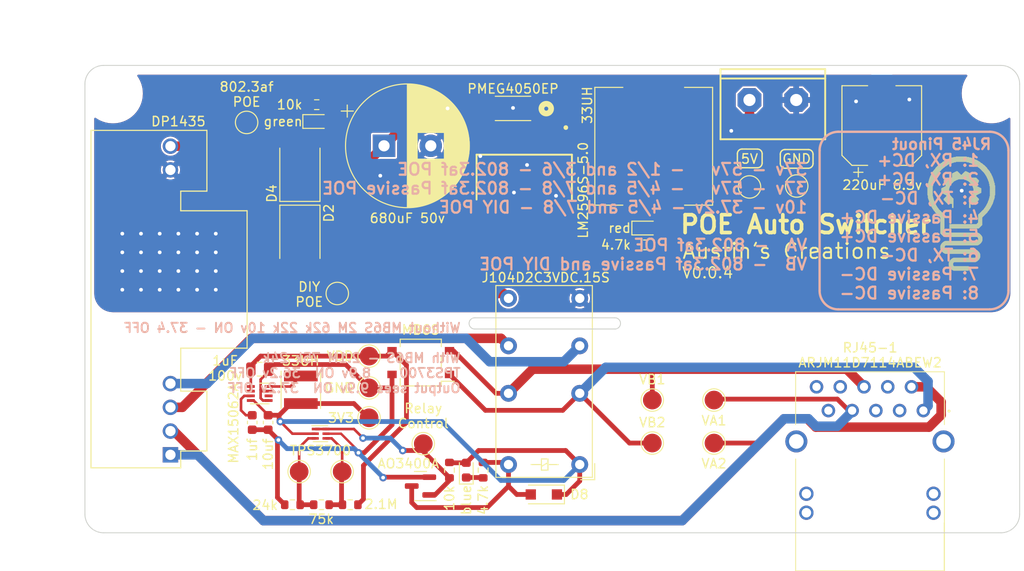
<source format=kicad_pcb>
(kicad_pcb (version 20211014) (generator pcbnew)
  (layers (0 "F.Cu" signal) (31 "B.Cu" signal) (34 "B.Paste" user) (35 "F.Paste" user) (36 "B.SilkS" user "B.Silkscreen") (37 "F.SilkS" user "F.Silkscreen") (38 "B.Mask" user) (39 "F.Mask" user) (44 "Edge.Cuts" user))
  (net 0 "")
  (net 1 "Net-(C2-Pad1)")
  (net 2 "GNDREF")
  (net 3 "+5V")
  (net 4 "Net-(D1-Pad1)")
  (net 5 "+12V")
  (net 6 "+12VA")
  (net 7 "Net-(D6-Pad1)")
  (net 8 "+3V3")
  (net 9 "Net-(C1-Pad1)")
  (net 10 "VB2")
  (net 11 "Net-(D5-Pad1)")
  (net 12 "Net-(K1-Pad2)")
  (net 13 "VB1")
  (net 14 "Net-(K1-Pad9)")
  (net 15 "VA1")
  (net 16 "VA2")
  (net 17 "Net-(C1-Pad2)")
  (net 30 "Net-(IC1-Pad1)")
  (net 31 "Net-(IC1-Pad3)")
  (net 32 "Net-(IC1-Pad4)")
  (net 33 "Net-(L1-Pad1)")
  (net 35 "Net-(D7-Pad1)")
  (net 36 "Net-(D8-Pad2)")
  (net 37 "Net-(C3-Pad1)")
  (footprint "Capacitor_THT:CP_Radial_D13.0mm_P5.00mm" (layer "F.Cu") (at 52 28.6)
    (fp_text reference "C3" hide)
    (fp_text value "680uF 50v" (at 2.5 7.75) (layer "F.SilkS"))
    (pad "1" thru_hole rect (at 0 0) (size 2.4 2.4) (drill 1.2) (layers *.Cu *.Mask) (net 37 "Net-(C3-Pad1)"))
    (pad "2" thru_hole circle (at 5 0) (size 2.4 2.4) (drill 1.2) (layers *.Cu *.Mask) (net 2 "GNDREF"))
  )
  (footprint "Capacitor_SMD:C_0603_1608Metric" (layer "F.Cu") (at 37.9 58.2 -90)
    (fp_text reference "C2" hide)
    (fp_text value "1uf" (at 2.9 0 90) (layer "F.SilkS"))
    (pad "1" smd roundrect (at -0.775 0 270) (size 0.9 0.95) (layers "F.Cu" "F.Paste" "F.Mask") (net 1 "Net-(C2-Pad1)"))
    (pad "2" smd roundrect (at 0.775 0 270) (size 0.9 0.95) (layers "F.Cu" "F.Paste" "F.Mask") (net 17 "Net-(C1-Pad2)"))
  )
  (footprint "TestPoint:TestPoint_Pad_D2.0mm" (layer "F.Cu") (at 96.15 32.9)
    (fp_text reference "TP14" hide)
    (fp_text value "GND" hide)
    (pad "1" smd circle locked (at 0 0) (size 2 2) (layers "F.Cu" "F.Mask") (net 2 "GNDREF"))
  )
  (footprint "TestPoint:TestPoint_Pad_D2.0mm" (layer "F.Cu") (at 50.4 54.5)
    (fp_text reference "TP5" hide)
    (fp_text value "GND" (at -3.2 0) (layer "F.SilkS"))
    (pad "1" smd circle (at 0 0) (size 2 2) (layers "F.Cu" "F.Mask") (net 17 "Net-(C1-Pad2)"))
  )
  (footprint "Resistor_SMD:R_0603_1608Metric" (layer "F.Cu") (at 44.8 24.2)
    (fp_text reference "R1" hide)
    (fp_text value "10k" (at -2.9 0) (layer "F.SilkS"))
    (pad "1" smd roundrect locked (at -0.825 0) (size 0.8 0.95) (layers "F.Cu" "F.Paste" "F.Mask") (net 4 "Net-(D1-Pad1)"))
    (pad "2" smd roundrect locked (at 0.825 0) (size 0.8 0.95) (layers "F.Cu" "F.Paste" "F.Mask") (net 2 "GNDREF"))
  )
  (footprint "TestPoint:TestPoint_Pad_D2.0mm" (layer "F.Cu") (at 91.1 33 90)
    (fp_text reference "TP12" hide)
    (fp_text value "5V" hide)
    (pad "1" smd circle locked (at 0 0 90) (size 2 2) (layers "F.Cu" "F.Mask") (net 3 "+5V"))
  )
  (footprint "Resistor_SMD:R_0603_1608Metric" (layer "F.Cu") (at 80 39.2)
    (fp_text reference "R5" hide)
    (fp_text value "4.7k" (at -3.2 0) (layer "F.SilkS"))
    (pad "1" smd roundrect locked (at -0.825 0) (size 0.8 0.95) (layers "F.Cu" "F.Paste" "F.Mask") (net 7 "Net-(D6-Pad1)"))
    (pad "2" smd roundrect locked (at 0.825 0) (size 0.8 0.95) (layers "F.Cu" "F.Paste" "F.Mask") (net 2 "GNDREF"))
  )
  (footprint "Resistor_SMD:R_0603_1608Metric" (layer "F.Cu") (at 48.38 67 180)
    (fp_text reference "R2" hide)
    (fp_text value "2.1M" (at -3.3 0.055) (layer "F.SilkS"))
    (pad "1" smd roundrect (at -0.825 0 180) (size 0.8 0.95) (layers "F.Cu" "F.Paste" "F.Mask") (net 9 "Net-(C1-Pad1)"))
    (pad "2" smd roundrect (at 0.825 0 180) (size 0.8 0.95) (layers "F.Cu" "F.Paste" "F.Mask") (net 32 "Net-(IC1-Pad4)"))
  )
  (footprint "Package_TO_SOT_SMD:TO-269AA" (layer "F.Cu") (at 55.93 51.79 180)
    (fp_text reference "D3" hide)
    (fp_text value "MB6S" (at 0 3.5) (layer "F.SilkS"))
    (pad "1" smd rect (at -3.075 -1.27 180) (size 1 0.8) (layers "F.Cu" "F.Paste" "F.Mask") (net 10 "VB2"))
    (pad "2" smd rect (at -3.075 1.27 180) (size 1 0.8) (layers "F.Cu" "F.Paste" "F.Mask") (net 13 "VB1"))
    (pad "3" smd rect (at 3.075 1.27 180) (size 1 0.8) (layers "F.Cu" "F.Paste" "F.Mask") (net 9 "Net-(C1-Pad1)"))
    (pad "4" smd rect (at 3.075 -1.27 180) (size 1 0.8) (layers "F.Cu" "F.Paste" "F.Mask") (net 17 "Net-(C1-Pad2)"))
  )
  (footprint "TestPoint:TestPoint_Pad_D2.0mm" (layer "F.Cu") (at 87.3 55.8)
    (fp_text reference "TP10" hide)
    (fp_text value "VA1" (at 0 2.2) (layer "F.SilkS"))
    (pad "1" smd circle (at 0 0) (size 2 2) (layers "F.Cu" "F.Mask") (net 15 "VA1"))
  )
  (footprint "TestPoint:TestPoint_Pad_D2.0mm" (layer "F.Cu") (at 80.7 60.4)
    (fp_text reference "TP6" hide)
    (fp_text value "VB2" (at 0 -2.2) (layer "F.SilkS"))
    (pad "1" smd circle (at 0 0) (size 2 2) (layers "F.Cu" "F.Mask") (net 10 "VB2"))
  )
  (footprint "MountingHole:MountingHole_3.2mm_M3" (layer "F.Cu") (at 117 23)
    (fp_text reference "H1" hide)
    (fp_text value "MountingHole" hide)
    (pad "" np_thru_hole circle locked (at 0 0) (size 3.2 3.2) (drill 3.2) (layers *.Cu *.Mask))
  )
  (footprint "TestPoint:TestPoint_Pad_D2.0mm" (layer "F.Cu") (at 42.92 63.455)
    (fp_text reference "TP9" hide)
    (fp_text value "testpoint" hide)
    (pad "1" smd circle (at 0 0) (size 2 2) (layers "F.Cu" "F.Mask") (net 31 "Net-(IC1-Pad3)"))
  )
  (footprint "LED_SMD:LED_0603_1608Metric" (layer "F.Cu") (at 60.8 63.3 90)
    (fp_text reference "D7" hide)
    (fp_text value "blue" (at -3.2 0 90) (layer "F.SilkS"))
    (pad "1" smd roundrect locked (at -0.7875 0 90) (size 0.875 0.95) (layers "F.Cu" "F.Paste" "F.Mask") (net 35 "Net-(D7-Pad1)"))
    (pad "2" smd roundrect locked (at 0.7875 0 90) (size 0.875 0.95) (layers "F.Cu" "F.Paste" "F.Mask") (net 8 "+3V3"))
  )
  (footprint "LED_SMD:LED_0603_1608Metric" (layer "F.Cu") (at 80 37.4)
    (fp_text reference "D6" hide)
    (fp_text value "red" (at -2.8 0) (layer "F.SilkS"))
    (pad "1" smd roundrect locked (at -0.7875 0) (size 0.875 0.95) (layers "F.Cu" "F.Paste" "F.Mask") (net 7 "Net-(D6-Pad1)"))
    (pad "2" smd roundrect locked (at 0.7875 0) (size 0.875 0.95) (layers "F.Cu" "F.Paste" "F.Mask") (net 3 "+5V"))
  )
  (footprint "Diode_SMD:D_SMB" (layer "F.Cu") (at 43 38.5 -90)
    (fp_text reference "D2" (at -2.7 -3.1 90) (layer "F.SilkS"))
    (fp_text value "S3MB" hide)
    (pad "1" smd rect locked (at 2.15 0 270) (size 2.5 2.3) (layers "F.Cu" "F.Paste" "F.Mask") (net 6 "+12VA"))
    (pad "2" smd rect locked (at -2.15 0 270) (size 2.5 2.3) (layers "F.Cu" "F.Paste" "F.Mask") (net 37 "Net-(C3-Pad1)"))
  )
  (footprint "MountingHole:MountingHole_3.2mm_M3" (layer "F.Cu") (at 117 67)
    (fp_text reference "H2" hide)
    (fp_text value "MountingHole" hide)
    (pad "" np_thru_hole circle locked (at 0 0) (size 3.2 3.2) (drill 3.2) (layers *.Cu *.Mask))
  )
  (footprint "Relay_THT:Relay_DPDT_Finder_30.22" (layer "F.Cu") (at 72.9375 62.7 90)
    (fp_text reference "K1" hide)
    (fp_text value "J104D2C3VDC.15S" (at 20 -3.6375 180) (layer "F.SilkS"))
    (pad "1" thru_hole circle (at 0 0 180) (size 1.8 1.8) (drill 1) (layers *.Cu *.Mask) (net 8 "+3V3"))
    (pad "2" thru_hole circle (at 12.7 0 180) (size 1.8 1.8) (drill 1) (layers *.Cu *.Mask) (net 12 "Net-(K1-Pad2)"))
    (pad "3" thru_hole circle (at 7.62 0 180) (size 1.8 1.8) (drill 1) (layers *.Cu *.Mask) (net 10 "VB2"))
    (pad "4" thru_hole circle (at 17.78 0 180) (size 1.8 1.8) (drill 1) (layers *.Cu *.Mask) (net 2 "GNDREF"))
    (pad "7" thru_hole circle (at 17.78 -7.62 270) (size 1.8 1.8) (drill 1) (layers *.Cu *.Mask) (net 6 "+12VA"))
    (pad "8" thru_hole circle (at 7.62 -7.62 180) (size 1.8 1.8) (drill 1) (layers *.Cu *.Mask) (net 13 "VB1"))
    (pad "9" thru_hole circle (at 12.7 -7.62 180) (size 1.8 1.8) (drill 1) (layers *.Cu *.Mask) (net 14 "Net-(K1-Pad9)"))
    (pad "10" thru_hole circle (at 0 -7.62 180) (size 1.8 1.8) (drill 1) (layers *.Cu *.Mask) (net 36 "Net-(D8-Pad2)"))
  )
  (footprint "TestPoint:TestPoint_Pad_D2.0mm" (layer "F.Cu") (at 37.3 26.1)
    (fp_text reference "TP1" hide)
    (fp_text value "802.3af POE" hide)
    (pad "1" smd circle locked (at 0 0) (size 2 2) (layers "F.Cu" "F.Mask") (net 5 "+12V"))
  )
  (footprint "TestPoint:TestPoint_Pad_D2.0mm" (layer "F.Cu") (at 87.3 60.4)
    (fp_text reference "TP11" hide)
    (fp_text value "VA2" (at 0 2.2) (layer "F.SilkS"))
    (pad "1" smd circle (at 0 0) (size 2 2) (layers "F.Cu" "F.Mask") (net 16 "VA2"))
  )
  (footprint "TestPoint:TestPoint_Pad_D2.0mm" (layer "F.Cu") (at 50.4 57.7)
    (fp_text reference "TP7" hide)
    (fp_text value "3V3" (at -3 0) (layer "F.SilkS"))
    (pad "1" smd circle (at 0 0) (size 2 2) (layers "F.Cu" "F.Mask") (net 8 "+3V3"))
  )
  (footprint "Austins creations:2pinblock" (layer "F.Cu") (at 93.596439 23.7 180)
    (fp_text reference "ST1" hide)
    (fp_text value "2pinblock" hide)
    (pad "1" thru_hole roundrect (at -2.5 0 180) (size 2.54 2.54) (drill 1.3) (layers *.Cu *.Mask) (chamfer_ratio 0.25) (chamfer top_left top_right bottom_left bottom_right) (net 2 "GNDREF"))
    (pad "2" thru_hole roundrect (at 2.5 0 180) (size 2.54 2.54) (drill 1.3) (layers *.Cu *.Mask) (chamfer_ratio 0.25) (chamfer top_left top_right bottom_left bottom_right) (net 3 "+5V"))
  )
  (footprint "Package_DFN_QFN:DFN-8_2x2mm_P0.5mm" (layer "F.Cu") (at 38.7 55.1)
    (fp_text reference "U1" hide)
    (fp_text value "MAX15062A" (at -2.8 3.2 90) (layer "F.SilkS"))
    (pad "1" smd rect (at -0.95 -0.75) (size 0.85 0.3) (layers "F.Cu" "F.Paste" "F.Mask") (net 9 "Net-(C1-Pad1)"))
    (pad "2" smd rect (at -0.95 -0.25) (size 0.85 0.3) (layers "F.Cu" "F.Paste" "F.Mask") (net 9 "Net-(C1-Pad1)"))
    (pad "3" smd rect (at -0.95 0.25) (size 0.85 0.3) (layers "F.Cu" "F.Paste" "F.Mask") (net 1 "Net-(C2-Pad1)"))
    (pad "4" smd rect (at -0.95 0.75) (size 0.85 0.3) (layers "F.Cu" "F.Paste" "F.Mask") (net 8 "+3V3"))
    (pad "5" smd rect (at 0.95 0.75) (size 0.85 0.3) (layers "F.Cu" "F.Paste" "F.Mask") (net 17 "Net-(C1-Pad2)"))
    (pad "6" smd rect (at 0.95 0.25) (size 0.85 0.3) (layers "F.Cu" "F.Paste" "F.Mask"))
    (pad "7" smd rect (at 0.95 -0.25) (size 0.85 0.3) (layers "F.Cu" "F.Paste" "F.Mask") (net 17 "Net-(C1-Pad2)"))
    (pad "8" smd rect (at 0.95 -0.75) (size 0.85 0.3) (layers "F.Cu" "F.Paste" "F.Mask") (net 33 "Net-(L1-Pad1)"))
  )
  (footprint "LED_SMD:LED_0603_1608Metric" (layer "F.Cu") (at 44.8 26)
    (fp_text reference "D1" hide)
    (fp_text value "green" (at -3.6 0) (layer "F.SilkS"))
    (pad "1" smd roundrect locked (at -0.7875 0) (size 0.875 0.95) (layers "F.Cu" "F.Paste" "F.Mask") (net 4 "Net-(D1-Pad1)"))
    (pad "2" smd roundrect locked (at 0.7875 0) (size 0.875 0.95) (layers "F.Cu" "F.Paste" "F.Mask") (net 5 "+12V"))
  )
  (footprint "Austins creations:12x12x8 inductor" (layer "F.Cu") (at 80.85 28.65 -90)
    (fp_text reference "L2" hide)
    (fp_text value "33UH" (at -4.4 7.1 90 unlocked) (layer "F.SilkS"))
    (pad "1" smd rect (at -4.95 0 270) (size 2.9 5.4) (layers "F.Cu" "F.Paste" "F.Mask") (net 11 "Net-(D5-Pad1)"))
    (pad "2" smd rect (at 4.95 0 270) (size 2.9 5.4) (layers "F.Cu" "F.Paste" "F.Mask") (net 3 "+5V"))
  )
  (footprint "Austins creations:LM2596S" (layer "F.Cu") (at 67 33.35 -90)
    (fp_text reference "PS1" hide)
    (fp_text value "LM2596S-5.0" (at 0 -6.3 90 unlocked) (layer "F.SilkS"))
    (pad "1" smd rect (at -5.55 -3.4 270) (size 2.8 1.05) (layers "F.Cu" "F.Paste" "F.Mask") (net 37 "Net-(C3-Pad1)"))
    (pad "2" smd rect (at -5.55 -1.7 270) (size 2.8 1.05) (layers "F.Cu" "F.Paste" "F.Mask") (net 11 "Net-(D5-Pad1)"))
    (pad "3" smd rect (at 4.8 0) (size 10.5 6.85) (layers "F.Cu" "F.Paste" "F.Mask") (net 2 "GNDREF"))
    (pad "3" smd rect (at -5.55 0 270) (size 2.8 1.05) (layers "F.Cu" "F.Paste" "F.Mask") (net 2 "GNDREF"))
    (pad "4" smd rect (at -5.55 1.7 270) (size 2.8 1.05) (layers "F.Cu" "F.Paste" "F.Mask") (net 3 "+5V"))
    (pad "5" smd rect (at -5.55 3.4 270) (size 2.8 1.05) (layers "F.Cu" "F.Paste" "F.Mask") (net 2 "GNDREF"))
  )
  (footprint "TestPoint:TestPoint_Pad_D2.0mm" (layer "F.Cu") (at 80.7 55.8)
    (fp_text reference "TP3" hide)
    (fp_text value "VB1" (at 0 -2.2) (layer "F.SilkS"))
    (pad "1" smd circle (at 0 0) (size 2 2) (layers "F.Cu" "F.Mask") (net 13 "VB1"))
  )
  (footprint "Austins creations:DP1435" (layer "F.Cu") (at 29 45 90)
    (fp_text reference "POE1" hide)
    (fp_text value "DP1435" (at 19 1 unlocked) (layer "F.SilkS"))
    (pad "GND" thru_hole circle (at 13.82 0.15 90) (size 1.65 1.65) (drill 1.1) (layers *.Cu *.Mask) (net 2 "GNDREF"))
    (pad "VA1" thru_hole rect (at -16.66 0.15 90) (size 1.65 1.65) (drill 1.1) (layers *.Cu *.Mask) (net 15 "VA1"))
    (pad "VA2" thru_hole circle (at -14.12 0.15 90) (size 1.65 1.65) (drill 1.1) (layers *.Cu *.Mask) (net 16 "VA2"))
    (pad "VB1" thru_hole circle (at -11.58 0.15 90) (size 1.65 1.65) (drill 1.1) (layers *.Cu *.Mask) (net 14 "Net-(K1-Pad9)"))
    (pad "VB2" thru_hole circle (at -9.04 0.15 90) (size 1.65 1.65) (drill 1.1) (layers *.Cu *.Mask) (net 12 "Net-(K1-Pad2)"))
    (pad "VOUT" thru_hole circle (at 16.36 0.15 90) (size 1.65 1.65) (drill 1.1) (layers *.Cu *.Mask) (net 5 "+12V"))
  )
  (footprint "Diode_SMD:D_SOD-123F" (layer "F.Cu") (at 69.1 65.9 180)
    (fp_text reference "D8" (at -3.8 0) (layer "F.SilkS"))
    (fp_text value "SM4007" hide)
    (pad "1" smd rect locked (at -1.4 0 180) (size 1.1 1.1) (layers "F.Cu" "F.Paste" "F.Mask") (net 8 "+3V3"))
    (pad "2" smd rect locked (at 1.4 0 180) (size 1.1 1.1) (layers "F.Cu" "F.Paste" "F.Mask") (net 36 "Net-(D8-Pad2)"))
  )
  (footprint "Resistor_SMD:R_0603_1608Metric" (layer "F.Cu") (at 62.6 63.3 90)
    (fp_text reference "R7" hide)
    (fp_text value "4.7k" (at -3.2 0 90) (layer "F.SilkS"))
    (pad "1" smd roundrect locked (at -0.825 0 90) (size 0.8 0.95) (layers "F.Cu" "F.Paste" "F.Mask") (net 35 "Net-(D7-Pad1)"))
    (pad "2" smd roundrect locked (at 0.825 0 90) (size 0.8 0.95) (layers "F.Cu" "F.Paste" "F.Mask") (net 36 "Net-(D8-Pad2)"))
  )
  (footprint "Capacitor_SMD:C_0603_1608Metric" (layer "F.Cu") (at 39.6 58.2 -90)
    (fp_text reference "C4" hide)
    (fp_text value "10uf" (at 3.4 0 90) (layer "F.SilkS"))
    (pad "1" smd roundrect (at -0.775 0 270) (size 0.9 0.95) (layers "F.Cu" "F.Paste" "F.Mask") (net 8 "+3V3"))
    (pad "2" smd roundrect (at 0.775 0 270) (size 0.9 0.95) (layers "F.Cu" "F.Paste" "F.Mask") (net 17 "Net-(C1-Pad2)"))
  )
  (footprint "Inductor_SMD:L_Vishay_IFSC-1515AH_4x4x1.8mm" (layer "F.Cu") (at 43.1 54.7 -90)
    (fp_text reference "L1" hide)
    (fp_text value "33UH" (at -3.1 0 180) (layer "F.SilkS"))
    (pad "1" smd rect (at -1.475 0 270) (size 1.15 3.6) (layers "F.Cu" "F.Paste" "F.Mask") (net 33 "Net-(L1-Pad1)"))
    (pad "2" smd rect (at 1.475 0 270) (size 1.15 3.6) (layers "F.Cu" "F.Paste" "F.Mask") (net 8 "+3V3"))
  )
  (footprint "Capacitor_SMD:CP_Elec_8x6.2" (layer "F.Cu") (at 105.25 26.4325 90)
    (fp_text reference "C5" hide)
    (fp_text value "220uF 6.3v" (at -6.3675 0.05) (layer "F.SilkS"))
    (pad "1" smd roundrect locked (at -3.05 0 90) (size 4 2.5) (layers "F.Cu" "F.Paste" "F.Mask") (roundrect_rratio 0.1) (net 3 "+5V"))
    (pad "2" smd roundrect locked (at 3.05 0 90) (size 4 2.5) (layers "F.Cu" "F.Paste" "F.Mask") (roundrect_rratio 0.1) (net 2 "GNDREF"))
  )
  (footprint "Diode_SMD:D_SMB" (layer "F.Cu") (at 43 31 90)
    (fp_text reference "D4" (at -2.7 -3 90) (layer "F.SilkS"))
    (fp_text value "S3MB" hide)
    (pad "1" smd rect locked (at 2.15 0 90) (size 2.5 2.3) (layers "F.Cu" "F.Paste" "F.Mask") (net 5 "+12V"))
    (pad "2" smd rect locked (at -2.15 0 90) (size 2.5 2.3) (layers "F.Cu" "F.Paste" "F.Mask") (net 37 "Net-(C3-Pad1)"))
  )
  (footprint "Package_TO_SOT_SMD:SOT-23" (layer "F.Cu") (at 55.9 65 180)
    (fp_text reference "Q1" hide)
    (fp_text value "AO3400A" (at 1.3 2.4 180) (layer "F.SilkS"))
    (pad "1" smd roundrect (at -0.9375 -0.95 180) (size 1.475 0.6) (layers "F.Cu" "F.Paste" "F.Mask") (net 30 "Net-(IC1-Pad1)"))
    (pad "2" smd roundrect (at -0.9375 0.95 180) (size 1.475 0.6) (layers "F.Cu" "F.Paste" "F.Mask") (net 17 "Net-(C1-Pad2)"))
    (pad "3" smd roundrect (at 0.9375 0 180) (size 1.475 0.6) (layers "F.Cu" "F.Paste" "F.Mask") (net 36 "Net-(D8-Pad2)"))
  )
  (footprint "logos:Creations logo med" (layer "F.Cu") (at 113.8 33.4)
    (fp_text reference "LOGO1" hide)
    (fp_text value "Creations_logo_med" hide)
  )
  (footprint "Package_SON:WSON-6_1.5x1.5mm_P0.5mm" (layer "F.Cu") (at 45.22 59.4)
    (fp_text reference "IC1" hide)
    (fp_text value "TPS3700-WSON" hide)
    (pad "1" smd rect (at -0.525 -0.5 270) (size 0.28 0.85) (layers "F.Cu" "F.Paste" "F.Mask") (net 30 "Net-(IC1-Pad1)"))
    (pad "2" smd rect (at -0.575 0 270) (size 0.28 0.75) (layers "F.Cu" "F.Paste" "F.Mask") (net 8 "+3V3"))
    (pad "3" smd rect (at -0.575 0.5 270) (size 0.28 0.75) (layers "F.Cu" "F.Paste" "F.Mask") (net 31 "Net-(IC1-Pad3)"))
    (pad "4" smd rect (at 0.575 0.5 270) (size 0.28 0.75) (layers "F.Cu" "F.Paste" "F.Mask") (net 32 "Net-(IC1-Pad4)"))
    (pad "5" smd rect (at 0.575 0 270) (size 0.28 0.75) (layers "F.Cu" "F.Paste" "F.Mask") (net 17 "Net-(C1-Pad2)"))
    (pad "6" smd rect (at 0.575 -0.5 270) (size 0.28 0.75) (layers "F.Cu" "F.Paste" "F.Mask") (net 30 "Net-(IC1-Pad1)"))
  )
  (footprint "Resistor_SMD:R_0603_1608Metric" (layer "F.Cu") (at 59 63.3 -90)
    (fp_text reference "R6" hide)
    (fp_text value "10k" (at 3 0 90) (layer "F.SilkS"))
    (pad "1" smd roundrect (at -0.825 0 270) (size 0.8 0.95) (layers "F.Cu" "F.Paste" "F.Mask") (net 8 "+3V3"))
    (pad "2" smd roundrect (at 0.825 0 270) (size 0.8 0.95) (layers "F.Cu" "F.Paste" "F.Mask") (net 30 "Net-(IC1-Pad1)"))
  )
  (footprint "Resistor_SMD:R_0603_1608Metric" (layer "F.Cu") (at 45.3 67 180)
    (fp_text reference "R3" hide)
    (fp_text value "75k" (at 0.02 -1.545) (layer "F.SilkS"))
    (pad "1" smd roundrect (at -0.825 0 180) (size 0.8 0.95) (layers "F.Cu" "F.Paste" "F.Mask") (net 32 "Net-(IC1-Pad4)"))
    (pad "2" smd roundrect (at 0.825 0 180) (size 0.8 0.95) (layers "F.Cu" "F.Paste" "F.Mask") (net 31 "Net-(IC1-Pad3)"))
  )
  (footprint "MountingHole:MountingHole_3.2mm_M3" (layer "F.Cu") (at 23 67)
    (fp_text reference "H4" hide)
    (fp_text value "MountingHole" hide)
    (pad "" np_thru_hole circle locked (at 0 0) (size 3.2 3.2) (drill 3.2) (layers *.Cu *.Mask))
  )
  (footprint "TestPoint:TestPoint_Pad_D2.0mm" (layer "F.Cu") (at 50.4 51.1)
    (fp_text reference "TP4" hide)
    (fp_text value "VDD" (at -3.1 0) (layer "F.SilkS"))
    (pad "1" smd circle (at 0 0) (size 2 2) (layers "F.Cu" "F.Mask") (net 9 "Net-(C1-Pad1)"))
  )
  (footprint "Austins creations:PMEG3050EP" (layer "F.Cu") (at 65.8 24.6 180)
    (fp_text reference "D5" hide)
    (fp_text value "PMEG4050EP" (at 0 2.1 unlocked) (layer "F.SilkS"))
    (pad "1" smd rect (at -2.2 0 270) (size 2.1 1.4) (layers "F.Cu" "F.Paste" "F.Mask") (net 11 "Net-(D5-Pad1)"))
    (pad "2" smd rect (at 2.2 0 270) (size 2.1 1.4) (layers "F.Cu" "F.Paste" "F.Mask") (net 2 "GNDREF"))
  )
  (footprint "Resistor_SMD:R_0603_1608Metric" (layer "F.Cu") (at 42.2 67 180)
    (fp_text reference "R4" hide)
    (fp_text value "24k" (at 2.92 -0.045) (layer "F.SilkS"))
    (pad "1" smd roundrect (at -0.825 0 180) (size 0.8 0.95) (layers "F.Cu" "F.Paste" "F.Mask") (net 31 "Net-(IC1-Pad3)"))
    (pad "2" smd roundrect (at 0.825 0 180) (size 0.8 0.95) (layers "F.Cu" "F.Paste" "F.Mask") (net 17 "Net-(C1-Pad2)"))
  )
  (footprint "TestPoint:TestPoint_Pad_D2.0mm" (layer "F.Cu") (at 47.52 63.455)
    (fp_text reference "TP8" hide)
    (fp_text value "testpoint" hide)
    (pad "1" smd circle (at 0 0) (size 2 2) (layers "F.Cu" "F.Mask") (net 32 "Net-(IC1-Pad4)"))
  )
  (footprint "TestPoint:TestPoint_Pad_D2.0mm" (layer "F.Cu") (at 47 44.4)
    (fp_text reference "TP2" hide)
    (fp_text value "DIY POE" hide)
    (pad "1" smd circle locked (at 0 0) (size 2 2) (layers "F.Cu" "F.Mask") (net 6 "+12VA"))
  )
  (footprint "Capacitor_SMD:C_0805_2012Metric" (layer "F.Cu") (at 38.7 52.5)
    (fp_text reference "C1" hide)
    (fp_text value "1uf" hide)
    (pad "1" smd roundrect (at -0.95 0) (size 1 1.45) (layers "F.Cu" "F.Paste" "F.Mask") (net 9 "Net-(C1-Pad1)"))
    (pad "2" smd roundrect (at 0.95 0) (size 1 1.45) (layers "F.Cu" "F.Paste" "F.Mask") (net 17 "Net-(C1-Pad2)"))
  )
  (footprint "Austins creations:ARJM11D7114ABEW2" (layer "F.Cu") (at 104 63.4)
    (fp_text reference "RJ45-1" (at 0 -13.2 unlocked) (layer "F.SilkS"))
    (fp_text value "ARJM11D7114ABEW2" (at 0 -11.6 unlocked) (layer "F.SilkS"))
    (pad "" np_thru_hole circle (at 5.7 -0.125) (size 3.25 3.25) (drill 3.25) (layers *.Cu *.Mask))
    (pad "" np_thru_hole circle (at -5.73 -0.125) (size 3.25 3.25) (drill 3.25) (layers *.Cu *.Mask))
    (pad "1" thru_hole circle (at 5.7 -6.475) (size 1.446 1.446) (drill 0.89) (layers *.Cu *.Mask) (net 10 "VB2"))
    (pad "2" thru_hole circle (at 4.43 -9.015) (size 1.446 1.446) (drill 0.89) (layers *.Cu *.Mask) (net 16 "VA2"))
    (pad "3" thru_hole circle (at 3.16 -6.475) (size 1.446 1.446) (drill 0.89) (layers *.Cu *.Mask))
    (pad "4" thru_hole circle (at 1.89 -9.015) (size 1.446 1.446) (drill 0.89) (layers *.Cu *.Mask))
    (pad "5" thru_hole circle (at 0.62 -6.475) (size 1.446 1.446) (drill 0.89) (layers *.Cu *.Mask))
    (pad "6" thru_hole circle (at -0.65 -9.015) (size 1.446 1.446) (drill 0.89) (layers *.Cu *.Mask) (net 13 "VB1"))
    (pad "7" thru_hole circle (at -1.92 -6.475) (size 1.446 1.446) (drill 0.89) (layers *.Cu *.Mask) (net 15 "VA1"))
    (pad "8" thru_hole circle (at -3.19 -9.015) (size 1.446 1.446) (drill 0.89) (layers *.Cu *.Mask))
    (pad "9" thru_hole circle (at -4.46 -6.475) (size 1.446 1.446) (drill 0.89) (layers *.Cu *.Mask))
    (pad "10" thru_hole circle (at -5.73 -9.015) (size 1.446 1.446) (drill 0.89) (layers *.Cu *.Mask))
    (pad "L1" thru_hole circle (at -6.815 2.425) (size 1.53 1.53) (drill 1.02) (layers *.Cu *.Mask))
    (pad "L2" thru_hole circle (at -6.815 4.455) (size 1.53 1.53) (drill 1.02) (layers *.Cu *.Mask))
    (pad "L3" thru_hole circle (at 6.785 2.425) (size 1.53 1.53) (drill 1.02) (layers *.Cu *.Mask))
    (pad "L4" thru_hole circle (at 6.785 4.455) (size 1.53 1.53) (drill 1.02) (layers *.Cu *.Mask))
    (pad "MH1" thru_hole circle (at 7.86 -3.175) (size 2.355 2.355) (drill 1.57) (layers *.Cu *.Mask))
    (pad "MH2" thru_hole circle (at -7.89 -3.175) (size 2.355 2.355) (drill 1.57) (layers *.Cu *.Mask))
  )
  (footprint "MountingHole:MountingHole_3.2mm_M3" (layer "F.Cu") (at 23 23)
    (fp_text reference "H3" hide)
    (fp_text value "MountingHole" hide)
    (pad "" np_thru_hole circle locked (at 0 0) (size 3.2 3.2) (drill 3.2) (layers *.Cu *.Mask))
  )
  (footprint "TestPoint:TestPoint_Pad_D2.0mm" (layer "F.Cu") (at 56.2 60.47)
    (fp_text reference "TP13" hide)
    (fp_text value "Relay Control" hide)
    (pad "1" smd circle (at 0 0) (size 2 2) (layers "F.Cu" "F.Mask") (net 30 "Net-(IC1-Pad1)"))
  )
  (gr_arc (start 100.6 46.1) (mid 99.185786 45.514214) (end 98.6 44.1) (layer "B.SilkS") (width 0.254))
  (gr_arc (start 116.8 27.1) (mid 118.214214 27.685786) (end 118.8 29.1) (layer "B.SilkS") (width 0.254))
  (gr_arc (start 118.8 44.1) (mid 118.214214 45.514214) (end 116.8 46.1) (layer "B.SilkS") (width 0.254))
  (gr_line (start 100.6 27.1) (end 116.8 27.1) (layer "B.SilkS") (width 0.254))
  (gr_line (start 118.8 29.1) (end 118.8 44.1) (layer "B.SilkS") (width 0.254))
  (gr_arc (start 98.6 29.1) (mid 99.185786 27.685786) (end 100.6 27.1) (layer "B.SilkS") (width 0.254))
  (gr_line (start 116.8 46.1) (end 100.6 46.1) (layer "B.SilkS") (width 0.254))
  (gr_line (start 98.6 44.1) (end 98.6 29.1) (layer "B.SilkS") (width 0.254))
  (gr_line (start 91.95 30.95) (end 90.303553 30.946447) (layer "F.SilkS") (width 0.15))
  (gr_arc (start 89.803553 29.446447) (mid 89.95 29.092894) (end 90.303553 28.946447) (layer "F.SilkS") (width 0.15))
  (gr_arc (start 94.896439 31) (mid 94.542886 30.853553) (end 94.396439 30.5) (layer "F.SilkS") (width 0.15))
  (gr_line (start 97.396439 31) (end 94.896439 31) (layer "F.SilkS") (width 0.15))
  (gr_arc (start 92.45 30.45) (mid 92.303553 30.803553) (end 91.95 30.95) (layer "F.SilkS") (width 0.15))
  (gr_line (start 91.95 28.95) (end 90.303553 28.946447) (layer "F.SilkS") (width 0.15))
  (gr_arc (start 97.396439 29) (mid 97.749992 29.146447) (end 97.896439 29.5) (layer "F.SilkS") (width 0.15))
  (gr_arc (start 97.896439 30.5) (mid 97.749992 30.853553) (end 97.396439 31) (layer "F.SilkS") (width 0.15))
  (gr_line (start 89.803553 29.446447) (end 89.803553 30.446447) (layer "F.SilkS") (width 0.15))
  (gr_line (start 97.396439 29) (end 94.896439 29) (layer "F.SilkS") (width 0.15))
  (gr_line (start 97.896439 29.5) (end 97.896439 30.5) (layer "F.SilkS") (width 0.15))
  (gr_arc (start 90.303553 30.946447) (mid 89.95 30.8) (end 89.803553 30.446447) (layer "F.SilkS") (width 0.15))
  (gr_line (start 94.396439 29.5) (end 94.396439 30.5) (layer "F.SilkS") (width 0.15))
  (gr_arc (start 94.396439 29.5) (mid 94.542886 29.146447) (end 94.896439 29) (layer "F.SilkS") (width 0.15))
  (gr_line (start 92.45 29.45) (end 92.45 30.45) (layer "F.SilkS") (width 0.15))
  (gr_arc (start 91.95 28.95) (mid 92.303553 29.096447) (end 92.45 29.45) (layer "F.SilkS") (width 0.15))
  (gr_line (start 61.7 48.2) (end 76.7 48.2) (layer "Edge.Cuts") (width 0.1))
  (gr_arc (start 76.7 47) (mid 77.3 47.6) (end 76.7 48.2) (layer "Edge.Cuts") (width 0.1))
  (gr_arc (start 20 22) (mid 20.585786 20.585786) (end 22 20) (layer "Edge.Cuts") (width 0.1))
  (gr_arc (start 120 68) (mid 119.414214 69.414214) (end 118 70) (layer "Edge.Cuts") (width 0.1))
  (gr_arc (start 61.7 48.2) (mid 61.1 47.6) (end 61.7 47) (layer "Edge.Cuts") (width 0.1))
  (gr_line (start 76.7 47) (end 61.7 47) (layer "Edge.Cuts") (width 0.1))
  (gr_line (start 120 68) (end 120 22) (layer "Edge.Cuts") (width 0.1))
  (gr_line (start 20 22) (end 20 68) (layer "Edge.Cuts") (width 0.1))
  (gr_line (start 118 20) (end 22 20) (layer "Edge.Cuts") (width 0.1))
  (gr_line (start 22 70) (end 118 70) (layer "Edge.Cuts") (width 0.1))
  (gr_arc (start 22 70) (mid 20.585786 69.414214) (end 20 68) (layer "Edge.Cuts") (width 0.1))
  (gr_arc (start 118 20) (mid 119.414214 20.585786) (end 120 22) (layer "Edge.Cuts") (width 0.1))
  (gr_text "RJ45 Pinout" (at 117.1 29.1) (layer "B.SilkS") (effects (font (size 1.148 1.148) (thickness 0.252)) (justify left bottom mirror)))
  (gr_text "1: RX, DC+\n2: RX, DC+\n3: TX, DC-\n4: Passive DC+\n5: Passive DC+\n6: TX, DC-\n7: Passive DC-\n8: Passive DC-" (at 115.800001 45.100012) (layer "B.SilkS") (effects (font (size 1.26 1.26) (thickness 0.24)) (justify left bottom mirror)))
  (gr_text "37v - 57v   - 1/2 and 3/6 - 802.3af POE\n37v - 57v   - 4/5 and 7/8 - 802.3af Passive POE\n10v - 37.2v - 4/5 and 7/8 - DIY POE\n\nVA  - 802.3af POE\nVB  - 802.3af Passive and DIY POE" (at 97.4 42) (layer "B.SilkS") (effects (font (size 1.26 1.26) (thickness 0.24)) (justify left bottom mirror)))
  (gr_text "Without MB6S 2M 62k 22k 10v ON - 37.4 OFF\n\nWith MB6S - 2.1M 75k 24k\nTPS3700    8.9v ON  36.2v OFF\nOutput sees 9.9v ON  37.2v OFF" (at 60.3 51.3) (layer "B.SilkS") (effects (font (size 1 1) (thickness 0.2)) (justify left mirror)))
  (gr_text "GND" (at 96.146439 30) (layer "F.SilkS") (effects (font (size 1 1))))
  (gr_text "Relay\nControl" (at 56.2 57.5) (layer "F.SilkS") (effects (font (size 1 1))))
  (gr_text "802.3af\nPOE" (at 37.3 23.1) (layer "F.SilkS") (effects (font (size 1 1))))
  (gr_text "DIY\nPOE" (at 44 44.5) (layer "F.SilkS") (effects (font (size 1 1))))
  (gr_text "POE Auto Switcher" (at 83.5 35.9) (layer "F.SilkS") (effects (font (size 1.909 1.909) (thickness 0.391)) (justify left top)))
  (gr_text "V0.0.4" (at 83.8 41.5) (layer "F.SilkS") (effects (font (size 1.1684 1.1684)) (justify left top)))
  (gr_text "1uF\n100v" (at 35 52.4) (layer "F.SilkS") (effects (font (size 1 1))))
  (gr_text "5V" (at 91.096439 30) (layer "F.SilkS") (effects (font (size 1 1))))
  (gr_text "TPS3700" (at 45.2 61.2) (layer "F.SilkS") (effects (font (size 1 1))))
  (gr_text "Austin's Creations" (at 83.8 38.9) (layer "F.SilkS") (effects (font (size 1.63576 1.63576) (thickness 0.2)) (justify left top)))
  (segment (start 37.75 55.35) (end 37.05 55.35) (width 0.2794) (layer "F.Cu") (net 1))
  (segment (start 36.7 56.9) (end 37.225 57.425) (width 0.2794) (layer "F.Cu") (net 1))
  (segment (start 37.225 57.425) (end 37.9 57.425) (width 0.2794) (layer "F.Cu") (net 1))
  (segment (start 37.05 55.35) (end 36.7 55.7) (width 0.2794) (layer "F.Cu") (net 1))
  (segment (start 36.7 55.7) (end 36.7 56.9) (width 0.2794) (layer "F.Cu") (net 1))
  (via (at 70.4 33.95) (size 0.8) (drill 0.4) (layers "F.Cu" "B.Cu") (net 2))
  (via (at 32 44) (size 0.8) (drill 0.4) (layers "F.Cu" "B.Cu") (net 2))
  (via (at 34 40) (size 0.8) (drill 0.4) (layers "F.Cu" "B.Cu") (net 2))
  (via (at 28 44) (size 0.8) (drill 0.4) (layers "F.Cu" "B.Cu") (net 2))
  (via (at 113.8 33.4) (size 0.8) (drill 0.4) (layers "F.Cu" "B.Cu") (net 2))
  (via (at 28 40) (size 0.8) (drill 0.4) (layers "F.Cu" "B.Cu") (net 2))
  (via (at 32 40) (size 0.8) (drill 0.4) (layers "F.Cu" "B.Cu") (net 2))
  (via (at 28 42) (size 0.8) (drill 0.4) (layers "F.Cu" "B.Cu") (net 2))
  (via (at 67.3 30.65) (size 0.8) (drill 0.4) (layers "F.Cu" "B.Cu") (net 2))
  (via (at 34 38) (size 0.8) (drill 0.4) (layers "F.Cu" "B.Cu") (net 2))
  (via (at 24 42) (size 0.8) (drill 0.4) (layers "F.Cu" "B.Cu") (net 2))
  (via (at 30 38) (size 0.8) (drill 0.4) (layers "F.Cu" "B.Cu") (net 2))
  (via (at 28 38) (size 0.8) (drill 0.4) (layers "F.Cu" "B.Cu") (net 2))
  (via (at 24 40) (size 0.8) (drill 0.4) (layers "F.Cu" "B.Cu") (net 2))
  (via (at 51.6 31.8) (size 0.8) (drill 0.4) (layers "F.Cu" "B.Cu") (net 2))
  (via (at 65.9 33.6) (size 0.8) (drill 0.4) (layers "F.Cu" "B.Cu") (net 2))
  (via (at 65.8 24.55) (size 0.8) (drill 0.4) (layers "F.Cu" "B.Cu") (net 2))
  (via (at 24 44) (size 0.8) (drill 0.4) (layers "F.Cu" "B.Cu") (net 2))
  (via (at 34 42) (size 0.8) (drill 0.4) (layers "F.Cu" "B.Cu") (net 2))
  (via (at 34 44) (size 0.8) (drill 0.4) (layers "F.Cu" "B.Cu") (net 2))
  (via (at 30 40) (size 0.8) (drill 0.4) (layers "F.Cu" "B.Cu") (net 2))
  (via (at 26 40) (size 0.8) (drill 0.4) (layers "F.Cu" "B.Cu") (net 2))
  (via (at 58.8 24.6) (size 0.8) (drill 0.4) (layers "F.Cu" "B.Cu") (net 2))
  (via (at 32 38) (size 0.8) (drill 0.4) (layers "F.Cu" "B.Cu") (net 2))
  (via (at 108.2 23.65) (size 0.8) (drill 0.4) (layers "F.Cu" "B.Cu") (net 2))
  (via (at 30 42) (size 0.8) (drill 0.4) (layers "F.Cu" "B.Cu") (net 2))
  (via (at 26 38) (size 0.8) (drill 0.4) (layers "F.Cu" "B.Cu") (net 2))
  (via (at 62.3 29.7) (size 0.8) (drill 0.4) (layers "F.Cu" "B.Cu") (net 2))
  (via (at 32 42) (size 0.8) (drill 0.4) (layers "F.Cu" "B.Cu") (net 2))
  (via (at 24 38) (size 0.8) (drill 0.4) (layers "F.Cu" "B.Cu") (net 2))
  (via (at 26 44) (size 0.8) (drill 0.4) (layers "F.Cu" "B.Cu") (net 2))
  (via (at 89.15 27) (size 0.8) (drill 0.4) (layers "F.Cu" "B.Cu") (net 2))
  (via (at 30 44) (size 0.8) (drill 0.4) (layers "F.Cu" "B.Cu") (net 2))
  (via (at 102.5 23.85) (size 0.8) (drill 0.4) (layers "F.Cu" "B.Cu") (net 2))
  (via (at 26 42) (size 0.8) (drill 0.4) (layers "F.Cu" "B.Cu") (net 2))
  (segment (start 105.1825 29.55) (end 105.25 29.4825) (width 1.016) (layer "F.Cu") (net 3))
  (segment (start 65.3 27.8) (end 65.3 30.7) (width 1.016) (layer "F.Cu") (net 3))
  (segment (start 79.2 33.6) (end 80.85 33.6) (width 1.016) (layer "F.Cu") (net 3))
  (segment (start 90.5 33.6) (end 91.1 33) (width 1.016) (layer "F.Cu") (net 3))
  (segment (start 91.1 23.703561) (end 91.096439 23.7) (width 1.016) (layer "F.Cu") (net 3))
  (segment (start 78.15 32.55) (end 79.2 33.6) (width 1.016) (layer "F.Cu") (net 3))
  (segment (start 91.1 29.55) (end 91.1 33) (width 1.016) (layer "F.Cu") (net 3))
  (segment (start 80.7875 33.6625) (end 80.85 33.6) (width 0.508) (layer "F.Cu") (net 3))
  (segment (start 80.7875 37.4) (end 80.7875 33.6625) (width 0.508) (layer "F.Cu") (net 3))
  (segment (start 65.3 30.7) (end 67.15 32.55) (width 1.016) (layer "F.Cu") (net 3))
  (segment (start 91.1 29.55) (end 105.1825 29.55) (width 1.016) (layer "F.Cu") (net 3))
  (segment (start 80.85 33.6) (end 90.5 33.6) (width 1.016) (layer "F.Cu") (net 3))
  (segment (start 67.15 32.55) (end 78.15 32.55) (width 1.016) (layer "F.Cu") (net 3))
  (segment (start 91.1 29.55) (end 91.1 23.703561) (width 1.016) (layer "F.Cu") (net 3))
  (segment (start 43.975 25.9625) (end 44.0125 26) (width 0.508) (layer "F.Cu") (net 4))
  (segment (start 43.975 24.2) (end 43.975 25.9625) (width 0.508) (layer "F.Cu") (net 4))
  (segment (start 37.16 28.64) (end 37.3 28.5) (width 1.016) (layer "F.Cu") (net 5))
  (segment (start 42.79 28.64) (end 43 28.85) (width 1.016) (layer "F.Cu") (net 5))
  (segment (start 37.3 28.5) (end 37.3 26.1) (width 1.016) (layer "F.Cu") (net 5))
  (segment (start 29.15 28.64) (end 37.16 28.64) (width 1.016) (layer "F.Cu") (net 5))
  (segment (start 45.5875 26) (end 45.5875 26.5125) (width 0.508) (layer "F.Cu") (net 5))
  (segment (start 37.16 28.64) (end 42.79 28.64) (width 1.016) (layer "F.Cu") (net 5))
  (segment (start 43.25 28.85) (end 43 28.85) (width 0.508) (layer "F.Cu") (net 5))
  (segment (start 45.5875 26.5125) (end 43.25 28.85) (width 0.508) (layer "F.Cu") (net 5))
  (segment (start 47 44.1) (end 47 44.4) (width 1.016) (layer "F.Cu") (net 6))
  (segment (start 47 44.4) (end 64.7975 44.4) (width 1.016) (layer "F.Cu") (net 6))
  (segment (start 43.55 40.65) (end 47 44.1) (width 1.016) (layer "F.Cu") (net 6))
  (segment (start 43 40.65) (end 43.55 40.65) (width 1.016) (layer "F.Cu") (net 6))
  (segment (start 64.7975 44.4) (end 65.3175 44.92) (width 1.016) (layer "F.Cu") (net 6))
  (segment (start 79.2125 37.4) (end 79.2125 39.1625) (width 0.508) (layer "F.Cu") (net 7))
  (segment (start 79.2125 39.1625) (end 79.175 39.2) (width 0.508) (layer "F.Cu") (net 7))
  (segment (start 62.1125 61.2) (end 60.8 62.5125) (width 0.508) (layer "F.Cu") (net 8))
  (segment (start 72.9375 64.4625) (end 72.9375 62.7) (width 0.508) (layer "F.Cu") (net 8))
  (segment (start 42.025 56.175) (end 40.775 57.425) (width 0.508) (layer "F.Cu") (net 8))
  (segment (start 72.9375 62.7) (end 71.4375 61.2) (width 0.508) (layer "F.Cu") (net 8))
  (segment (start 38.05 55.85) (end 39.6 57.4) (width 0.2794) (layer "F.Cu") (net 8))
  (segment (start 39.6 57.4) (end 39.6 57.425) (width 0.2794) (layer "F.Cu") (net 8))
  (segment (start 70.5 65.9) (end 71.5 65.9) (width 0.508) (layer "F.Cu") (net 8))
  (segment (start 42.2 59.4) (end 40.9 58.1) (width 0.2794) (layer "F.Cu") (net 8))
  (segment (start 60.8 62.5125) (end 59.0375 62.5125) (width 0.508) (layer "F.Cu") (net 8))
  (segment (start 37.75 55.85) (end 38.05 55.85) (width 0.2794) (layer "F.Cu") (net 8))
  (segment (start 40.775 57.425) (end 39.6 57.425) (width 0.508) (layer "F.Cu") (net 8))
  (segment (start 71.4375 61.2) (end 62.1125 61.2) (width 0.508) (layer "F.Cu") (net 8))
  (segment (start 71.5 65.9) (end 72.9375 64.4625) (width 0.508) (layer "F.Cu") (net 8))
  (segment (start 43.1 56.175) (end 42.025 56.175) (width 0.508) (layer "F.Cu") (net 8))
  (segment (start 50.3 57.7) (end 50.4 57.7) (width 0.508) (layer "F.Cu") (net 8))
  (segment (start 43.1 56.175) (end 48.775 56.175) (width 0.508) (layer "F.Cu") (net 8))
  (segment (start 40.775 57.425) (end 40.775 57.975) (width 0.508) (layer "F.Cu") (net 8))
  (segment (start 48.775 56.175) (end 50.3 57.7) (width 0.508) (layer "F.Cu") (net 8))
  (segment (start 40.775 57.975) (end 40.9 58.1) (width 0.508) (layer "F.Cu") (net 8))
  (segment (start 59.0375 62.5125) (end 59 62.475) (width 0.508) (layer "F.Cu") (net 8))
  (segment (start 44.645 59.4) (end 42.2 59.4) (width 0.2794) (layer "F.Cu") (net 8))
  (via (at 40.9 58.1) (size 0.8) (drill 0.4) (layers "F.Cu" "B.Cu") (net 8))
  (segment (start 64.5 64.4) (end 71.2375 64.4) (width 0.508) (layer "B.Cu") (net 8))
  (segment (start 58.2 58.1) (end 64.5 64.4) (width 0.508) (layer "B.Cu") (net 8))
  (segment (start 71.2375 64.4) (end 72.9375 62.7) (width 0.508) (layer "B.Cu") (net 8))
  (segment (start 40.9 58.1) (end 58.2 58.1) (width 0.508) (layer "B.Cu") (net 8))
  (segment (start 49.8 66.405) (end 49.8 62.8) (width 0.508) (layer "F.Cu") (net 9))
  (segment (start 37.725 52.175) (end 38.8 51.1) (width 0.508) (layer "F.Cu") (net 9))
  (segment (start 49.8 62.8) (end 54.4 58.2) (width 0.508) (layer "F.Cu") (net 9))
  (segment (start 38.8 51.1) (end 50.4 51.1) (width 0.508) (layer "F.Cu") (net 9))
  (segment (start 50.4 51.1) (end 52.275 51.1) (width 0.508) (layer "F.Cu") (net 9))
  (segment (start 54.4 52.065) (end 52.855 50.52) (width 0.508) (layer "F.Cu") (net 9))
  (segment (start 37.75 54.85) (end 37.75 54.35) (width 0.2794) (layer "F.Cu") (net 9))
  (segment (start 52.275 51.1) (end 52.855 50.52) (width 0.508) (layer "F.Cu") (net 9))
  (segment (start 37.75 54.35) (end 37.75 52.5) (width 0.2794) (layer "F.Cu") (net 9))
  (segment (start 37.725 52.525) (end 37.725 52.175) (width 0.508) (layer "F.Cu") (net 9))
  (segment (start 49.205 67) (end 49.8 66.405) (width 0.508) (layer "F.Cu") (net 9))
  (segment (start 54.4 58.2) (end 54.4 52.065) (width 0.508) (layer "F.Cu") (net 9))
  (segment (start 71.1175 56.9) (end 62.845 56.9) (width 0.508) (layer "F.Cu") (net 10))
  (segment (start 72.9375 55.08) (end 71.1175 56.9) (width 0.508) (layer "F.Cu") (net 10))
  (segment (start 72.9375 55.08) (end 78.2575 60.4) (width 0.508) (layer "F.Cu") (net 10))
  (segment (start 62.845 56.9) (end 59.005 53.06) (width 0.508) (layer "F.Cu") (net 10))
  (segment (start 78.2575 60.4) (end 80.7 60.4) (width 0.508) (layer "F.Cu") (net 10))
  (segment (start 110.2 53.8) (end 108.7 52.3) (width 1.016) (layer "B.Cu") (net 10))
  (segment (start 108.7 52.3) (end 75.7175 52.3) (width 1.016) (layer "B.Cu") (net 10))
  (segment (start 75.7175 52.3) (end 72.9375 55.08) (width 1.016) (layer "B.Cu") (net 10))
  (segment (start 110.2 56.425) (end 110.2 53.8) (width 1.016) (layer "B.Cu") (net 10))
  (segment (start 109.7 56.925) (end 110.2 56.425) (width 1.016) (layer "B.Cu") (net 10))
  (segment (start 73.1 30.5) (end 79.9 23.7) (width 1.016) (layer "F.Cu") (net 11))
  (segment (start 68.7 29.8) (end 69.4 30.5) (width 1.016) (layer "F.Cu") (net 11))
  (segment (start 68 24.6) (end 68.7 25.3) (width 1.016) (layer "F.Cu") (net 11))
  (segment (start 68.7 25.3) (end 68.7 29.8) (width 1.016) (layer "F.Cu") (net 11))
  (segment (start 79.9 23.7) (end 80.85 23.7) (width 1.016) (layer "F.Cu") (net 11))
  (segment (start 69.4 30.5) (end 73.1 30.5) (width 1.016) (layer "F.Cu") (net 11))
  (segment (start 60.8 49.2) (end 37.9 49.2) (width 1.016) (layer "B.Cu") (net 12))
  (segment (start 37.9 49.2) (end 33.06 54.04) (width 1.016) (layer "B.Cu") (net 12))
  (segment (start 33.06 54.04) (end 29.15 54.04) (width 1.016) (layer "B.Cu") (net 12))
  (segment (start 63.3 51.7) (end 60.8 49.2) (width 1.016) (layer "B.Cu") (net 12))
  (segment (start 72.9375 50) (end 71.2375 51.7) (width 1.016) (layer "B.Cu") (net 12))
  (segment (start 71.2375 51.7) (end 63.3 51.7) (width 1.016) (layer "B.Cu") (net 12))
  (segment (start 80.7 52.8) (end 80.4 52.5) (width 0.508) (layer "F.Cu") (net 13))
  (segment (start 103.35 54.35) (end 101.5 52.5) (width 1.016) (layer "F.Cu") (net 13))
  (segment (start 63.98 55.08) (end 65.3175 55.08) (width 0.508) (layer "F.Cu") (net 13))
  (segment (start 59.005 50.52) (end 59.42 50.52) (width 0.508) (layer "F.Cu") (net 13))
  (segment (start 67.8975 52.5) (end 65.3175 55.08) (width 1.016) (layer "F.Cu") (net 13))
  (segment (start 80.7 55.8) (end 80.7 52.8) (width 0.508) (layer "F.Cu") (net 13))
  (segment (start 103.35 54.385) (end 103.35 54.35) (width 1.016) (layer "F.Cu") (net 13))
  (segment (start 101.5 52.5) (end 80.4 52.5) (width 1.016) (layer "F.Cu") (net 13))
  (segment (start 59.42 50.52) (end 63.98 55.08) (width 0.508) (layer "F.Cu") (net 13))
  (segment (start 80.4 52.5) (end 67.8975 52.5) (width 1.016) (layer "F.Cu") (net 13))
  (segment (start 64.5175 49.2) (end 37.8 49.2) (width 1.016) (layer "F.Cu") (net 14))
  (segment (start 30.42 56.58) (end 29.15 56.58) (width 1.016) (layer "F.Cu") (net 14))
  (segment (start 37.8 49.2) (end 30.42 56.58) (width 1.016) (layer "F.Cu") (net 14))
  (segment (start 65.3175 50) (end 64.5175 49.2) (width 1.016) (layer "F.Cu") (net 14))
  (segment (start 101.725 56.925) (end 100.5 55.7) (width 0.508) (layer "F.Cu") (net 15))
  (segment (start 102.08 56.925) (end 101.725 56.925) (width 0.508) (layer "F.Cu") (net 15))
  (segment (start 100.5 55.7) (end 88.2 55.7) (width 0.508) (layer "F.Cu") (net 15))
  (segment (start 39.1 68.7) (end 32.06 61.66) (width 1.016) (layer "B.Cu") (net 15))
  (segment (start 32.06 61.66) (end 29.15 61.66) (width 1.016) (layer "B.Cu") (net 15))
  (segment (start 102.08 57.02) (end 100.5 58.6) (width 1.016) (layer "B.Cu") (net 15))
  (segment (start 98.2 58.6) (end 97.4 57.8) (width 1.016) (layer "B.Cu") (net 15))
  (segment (start 94.8 57.8) (end 83.9 68.7) (width 1.016) (layer "B.Cu") (net 15))
  (segment (start 83.9 68.7) (end 39.1 68.7) (width 1.016) (layer "B.Cu") (net 15))
  (segment (start 97.4 57.8) (end 94.8 57.8) (width 1.016) (layer "B.Cu") (net 15))
  (segment (start 102.08 56.925) (end 102.08 57.02) (width 1.016) (layer "B.Cu") (net 15))
  (segment (start 100.5 58.6) (end 98.2 58.6) (width 1.016) (layer "B.Cu") (net 15))
  (segment (start 91.15 61.45) (end 83.9 68.7) (width 1.016) (layer "F.Cu") (net 16))
  (segment (start 110.3 58.7) (end 98.2 58.7) (width 1.016) (layer "F.Cu") (net 16))
  (segment (start 94.8 57.8) (end 92.1 60.5) (width 1.016) (layer "F.Cu") (net 16))
  (segment (start 111.6 56) (end 111.6 57.4) (width 1.016) (layer "F.Cu") (net 16))
  (segment (start 92.1 60.5) (end 91.15 61.45) (width 1.016) (layer "F.Cu") (net 16))
  (segment (start 98.2 58.7) (end 97.3 57.8) (width 1.016) (layer "F.Cu") (net 16))
  (segment (start 111.6 57.4) (end 110.3 58.7) (width 1.016) (layer "F.Cu") (net 16))
  (segment (start 97.3 57.8) (end 94.8 57.8) (width 1.016) (layer "F.Cu") (net 16))
  (segment (start 109.985 54.385) (end 111.6 56) (width 1.016) (layer "F.Cu") (net 16))
  (segment (start 83.9 68.7) (end 39.1 68.7) (width 1.016) (layer "F.Cu") (net 16))
  (segment (start 29.52 59.12) (end 29.15 59.12) (width 1.016) (layer "F.Cu") (net 16))
  (segment (start 92 60.4) (end 92.1 60.5) (width 0.508) (layer "F.Cu") (net 16))
  (segment (start 87.3 60.4) (end 92 60.4) (width 0.508) (layer "F.Cu") (net 16))
  (segment (start 39.1 68.7) (end 29.52 59.12) (width 1.016) (layer "F.Cu") (net 16))
  (segment (start 108.43 54.385) (end 109.985 54.385) (width 1.016) (layer "F.Cu") (net 16))
  (segment (start 51.95 64.05) (end 51.9 64.1) (width 0.508) (layer "F.Cu") (net 17))
  (segment (start 56.8375 64.05) (end 51.95 64.05) (width 0.508) (layer "F.Cu") (net 17))
  (segment (start 52.855 54.355) (end 52.855 53.06) (width 0.508) (layer "F.Cu") (net 17))
  (segment (start 40.6 60.175) (end 40.7 60.075) (width 0.508) (layer "F.Cu") (net 17))
  (segment (start 49.87 61.44) (end 52.855 58.455) (width 0.508) (layer "F.Cu") (net 17))
  (segment (start 37.9 58.975) (end 39.6 58.975) (width 0.508) (layer "F.Cu") (net 17))
  (segment (start 47.9 52) (end 50.4 54.5) (width 0.508) (layer "F.Cu") (net 17))
  (segment (start 39.05 55.85) (end 38.8 55.6) (width 0.2794) (layer "F.Cu") (net 17))
  (segment (start 40.7 60.075) (end 39.6 58.975) (width 0.508) (layer "F.Cu") (net 17))
  (segment (start 38.8 55.6) (end 38.8 54.7) (width 0.2794) (layer "F.Cu") (net 17))
  (segment (start 38.8 53.6) (end 38.8 54.7) (width 0.2794) (layer "F.Cu") (net 17))
  (segment (start 39.65 54.85) (end 38.95 54.85) (width 0.2794) (layer "F.Cu") (net 17))
  (segment (start 40.15 52) (end 47.9 52) (width 0.508) (layer "F.Cu") (net 17))
  (segment (start 39.05 55.85) (end 39.65 55.85) (width 0.2794) (layer "F.Cu") (net 17))
  (segment (start 52.855 58.455) (end 52.855 54.355) (width 0.508) (layer "F.Cu") (net 17))
  (segment (start 45.795 59.4) (end 47.4 59.4) (width 0.25) (layer "F.Cu") (net 17))
  (segment (start 47.4 59.4) (end 49.26 61.26) (width 0.25) (layer "F.Cu") (net 17))
  (segment (start 39.65 52.75) (end 38.8 53.6) (width 0.2794) (layer "F.Cu") (net 17))
  (segment (start 40.6 66.225) (end 40.6 60.175) (width 0.508) (layer "F.Cu") (net 17))
  (segment (start 50.4 54.5) (end 52.71 54.5) (width 0.508) (layer "F.Cu") (net 17))
  (segment (start 52.71 54.5) (end 52.855 54.355) (width 0.508) (layer "F.Cu") (net 17))
  (segment (start 39.65 52.5) (end 39.65 52.75) (width 0.2794) (layer "F.Cu") (net 17))
  (segment (start 41.375 67) (end 40.6 66.225) (width 0.508) (layer "F.Cu") (net 17))
  (segment (start 38.95 54.85) (end 38.8 54.7) (width 0.2794) (layer "F.Cu") (net 17))
  (segment (start 49.26 61.26) (end 49.26 61.44) (width 0.25) (layer "F.Cu") (net 17))
  (segment (start 49.26 61.44) (end 49.87 61.44) (width 0.508) (layer "F.Cu") (net 17))
  (segment (start 39.65 52.5) (end 40.15 52) (width 0.508) (layer "F.Cu") (net 17))
  (via (at 49.26 61.44) (size 0.8) (drill 0.4) (layers "F.Cu" "B.Cu") (net 17))
  (via (at 40.7 60.075) (size 0.8) (drill 0.4) (layers "F.Cu" "B.Cu") (net 17))
  (via (at 51.9 64.1) (size 0.8) (drill 0.4) (layers "F.Cu" "B.Cu") (net 17))
  (segment (start 41.625 61) (end 40.7 60.075) (width 0.508) (layer "B.Cu") (net 17))
  (segment (start 48.82 61) (end 41.625 61) (width 0.508) (layer "B.Cu") (net 17))
  (segment (start 49.26 61.44) (end 48.82 61) (width 0.508) (layer "B.Cu") (net 17))
  (segment (start 51.9 64.08) (end 51.9 64.1) (width 0.508) (layer "B.Cu") (net 17))
  (segment (start 49.26 61.44) (end 51.9 64.08) (width 0.508) (layer "B.Cu") (net 17))
  (segment (start 54 61.2) (end 55.47 61.2) (width 0.508) (layer "F.Cu") (net 30))
  (segment (start 59 64.4) (end 59 64.125) (width 0.508) (layer "F.Cu") (net 30))
  (segment (start 48.78 58.9) (end 49.75 59.87) (width 0.2794) (layer "F.Cu") (net 30))
  (segment (start 45.795 58.9) (end 48.78 58.9) (width 0.2794) (layer "F.Cu") (net 30))
  (segment (start 44.695 58.9) (end 45.795 58.9) (width 0.2794) (layer "F.Cu") (net 30))
  (segment (start 55.47 61.2) (end 56.1 61.2) (width 0.508) (layer "F.Cu") (net 30))
  (segment (start 57.45 65.95) (end 59 64.4) (width 0.508) (layer "F.Cu") (net 30))
  (segment (start 56.1 61.2) (end 59 64.1) (width 0.508) (layer "F.Cu") (net 30))
  (segment (start 55.47 61.2) (end 56.2 60.47) (width 0.508) (layer "F.Cu") (net 30))
  (segment (start 56.8375 65.95) (end 57.45 65.95) (width 0.508) (layer "F.Cu") (net 30))
  (segment (start 59 64.1) (end 59 64.125) (width 0.508) (layer "F.Cu") (net 30))
  (via (at 54 61.2) (size 0.8) (drill 0.4) (layers "F.Cu" "B.Cu") (net 30))
  (via (at 49.75 59.87) (size 0.8) (drill 0.4) (layers "F.Cu" "B.Cu") (net 30))
  (segment (start 52.67 59.87) (end 49.75 59.87) (width 0.508) (layer "B.Cu") (net 30))
  (segment (start 54 61.2) (end 52.67 59.87) (width 0.508) (layer "B.Cu") (net 30))
  (segment (start 43.025 67) (end 42.925 66.9) (width 0.508) (layer "F.Cu") (net 31))
  (segment (start 44.645 59.9) (end 43.9 59.9) (width 0.2794) (layer "F.Cu") (net 31))
  (segment (start 42.925 66.9) (end 42.925 63.46) (width 0.508) (layer "F.Cu") (net 31))
  (segment (start 43.9 59.9) (end 42.92 60.88) (width 0.2794) (layer "F.Cu") (net 31))
  (segment (start 42.925 63.46) (end 42.92 63.455) (width 0.508) (layer "F.Cu") (net 31))
  (segment (start 43.025 67) (end 44.475 67) (width 0.508) (layer "F.Cu") (net 31))
  (segment (start 42.92 60.88) (end 42.92 63.455) (width 0.2794) (layer "F.Cu") (net 31))
  (segment (start 47.455 66.9) (end 47.455 63.52) (width 0.508) (layer "F.Cu") (net 32))
  (segment (start 47.555 67) (end 46.125 67) (width 0.508) (layer "F.Cu") (net 32))
  (segment (start 47.52 61.02) (end 47.52 63.455) (width 0.2794) (layer "F.Cu") (net 32))
  (segment (start 47.455 63.52) (end 47.52 63.455) (width 0.508) (layer "F.Cu") (net 32))
  (segment (start 45.795 59.9) (end 46.4 59.9) (width 0.2794) (layer "F.Cu") (net 32))
  (segment (start 47.555 67) (end 47.455 66.9) (width 0.508) (layer "F.Cu") (net 32))
  (segment (start 46.4 59.9) (end 47.52 61.02) (width 0.2794) (layer "F.Cu") (net 32))
  (segment (start 39.65 54.35) (end 41.975 54.35) (width 0.2794) (layer "F.Cu") (net 33))
  (segment (start 41.975 54.35) (end 43.1 53.225) (width 0.2794) (layer "F.Cu") (net 33))
  (segment (start 60.8 64.0875) (end 62.5625 64.0875) (width 0.508) (layer "F.Cu") (net 35))
  (segment (start 62.5625 64.0875) (end 62.6 64.125) (width 0.508) (layer "F.Cu") (net 35))
  (segment (start 62.6 62.475) (end 65.0925 62.475) (width 0.508) (layer "F.Cu") (net 36))
  (segment (start 67.7 65.9) (end 66.2 65.9) (width 0.508) (layer "F.Cu") (net 36))
  (segment (start 63.035 67.3) (end 55.5 67.3) (width 0.508) (layer "F.Cu") (net 36))
  (segment (start 65.0925 62.475) (end 65.3175 62.7) (width 0.508) (layer "F.Cu") (net 36))
  (segment (start 65.3175 65.0175) (end 66.2 65.9) (width 0.508) (layer "F.Cu") (net 36))
  (segment (start 54.9625 66.7625) (end 54.9625 65) (width 0.508) (layer "F.Cu") (net 36))
  (segment (start 65.3175 65.0175) (end 63.035 67.3) (width 0.508) (layer "F.Cu") (net 36))
  (segment (start 55.5 67.3) (end 54.9625 66.7625) (width 0.508) (layer "F.Cu") (net 36))
  (segment (start 65.3175 62.7) (end 65.3175 65.0175) (width 0.508) (layer "F.Cu") (net 36))
  (segment (start 58.4 22.2) (end 69.6 22.2) (width 1.016) (layer "F.Cu") (net 37))
  (segment (start 69.6 22.2) (end 70.4 23) (width 1.016) (layer "F.Cu") (net 37))
  (segment (start 47.45 33.15) (end 52 28.6) (width 1.016) (layer "F.Cu") (net 37))
  (segment (start 43 33.15) (end 47.45 33.15) (width 1.016) (layer "F.Cu") (net 37))
  (segment (start 70.4 23) (end 70.4 27.45) (width 1.016) (layer "F.Cu") (net 37))
  (segment (start 43 33.15) (end 43 36.35) (width 1.016) (layer "F.Cu") (net 37))
  (segment (start 58.4 22.2) (end 52 28.6) (width 1.016) (layer "F.Cu") (net 37))
  (zone (net 2) (net_name "GNDREF") (layers F&B.Cu) (connect_pads (clearance 0.2032)) (min_thickness 0.2032) (fill yes (thermal_gap 0.2032) (thermal_bridge_width 0.6096) (smoothing fillet) (radius 2))
    (polygon (pts (xy 119 43) (xy 119 46.4) (xy 76 46.4) (xy 21 46.4) (xy 21 21) (xy 119 21)))
  )
)
</source>
